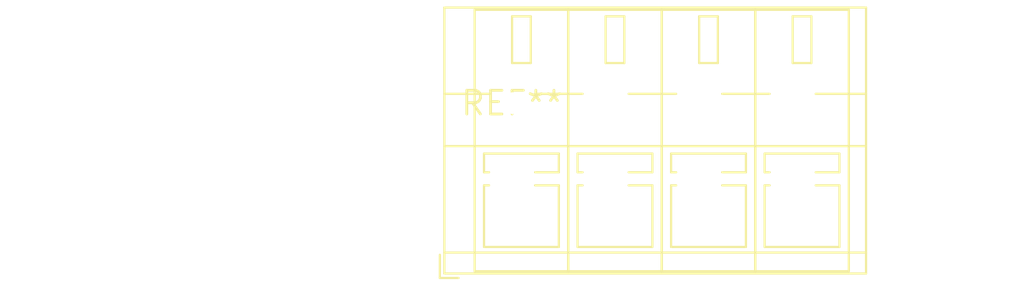
<source format=kicad_pcb>
(kicad_pcb (version 20240108) (generator pcbnew)
  (layers (0 "F.Cu" signal) (31 "B.Cu" signal) (34 "B.Paste" user) (35 "F.Paste" user) (36 "B.SilkS" user "B.Silkscreen") (37 "F.SilkS" user "F.Silkscreen") (38 "B.Mask" user) (39 "F.Mask" user) (44 "Edge.Cuts" user))
  (net 0 "")
  (footprint "TerminalBlock_WAGO_236-404_1x04_P5.00mm_45Degree" (layer "F.Cu") (at 0 0)
    (property "Reference" "REF**")
    (property "Value" "TerminalBlock_WAGO_236-404_1x04_P5.00mm_45Degree")
    (fp_line (start -3.86 8.12) (end -3.86 9.36) (layer "F.SilkS") (stroke (width 0.12)))
    (fp_line (start -3.86 9.36) (end -2.86 9.36) (layer "F.SilkS") (stroke (width 0.12)))
    (fp_line (start -3.62 -5.12) (end -3.62 9.12) (layer "F.SilkS") (stroke (width 0.12)))
    (fp_line (start -3.62 -5.12) (end 18.92 -5.12) (layer "F.SilkS") (stroke (width 0.12)))
    (fp_line (start -3.62 -0.5) (end -1.23 -0.5) (layer "F.SilkS") (stroke (width 0.12)))
    (fp_line (start -3.62 2.3) (end 18.92 2.3) (layer "F.SilkS") (stroke (width 0.12)))
    (fp_line (start -3.62 8) (end 18.92 8) (layer "F.SilkS") (stroke (width 0.12)))
    (fp_line (start -3.62 9.12) (end 18.92 9.12) (layer "F.SilkS") (stroke (width 0.12)))
    (fp_line (start -2 -5) (end -2 9) (layer "F.SilkS") (stroke (width 0.12)))
    (fp_line (start -2 -5) (end 3 -5) (layer "F.SilkS") (stroke (width 0.12)))
    (fp_line (start -2 9) (end 3 9) (layer "F.SilkS") (stroke (width 0.12)))
    (fp_line (start -1.5 2.7) (end -1.5 3.7) (layer "F.SilkS") (stroke (width 0.12)))
    (fp_line (start -1.5 2.7) (end 2.5 2.7) (layer "F.SilkS") (stroke (width 0.12)))
    (fp_line (start -1.5 3.7) (end -1.23 3.7) (layer "F.SilkS") (stroke (width 0.12)))
    (fp_line (start -1.5 4.4) (end -1.5 7.7) (layer "F.SilkS") (stroke (width 0.12)))
    (fp_line (start -1.5 4.4) (end -1.23 4.4) (layer "F.SilkS") (stroke (width 0.12)))
    (fp_line (start -1.5 7.7) (end 2.5 7.7) (layer "F.SilkS") (stroke (width 0.12)))
    (fp_line (start 0 -4.65) (end 0 -2.151) (layer "F.SilkS") (stroke (width 0.12)))
    (fp_line (start 0 -4.65) (end 1 -4.65) (layer "F.SilkS") (stroke (width 0.12)))
    (fp_line (start 0 -2.151) (end 1 -2.151) (layer "F.SilkS") (stroke (width 0.12)))
    (fp_line (start 1 -4.65) (end 1 -2.151) (layer "F.SilkS") (stroke (width 0.12)))
    (fp_line (start 1.23 -0.5) (end 3.77 -0.5) (layer "F.SilkS") (stroke (width 0.12)))
    (fp_line (start 1.23 3.7) (end 2.5 3.7) (layer "F.SilkS") (stroke (width 0.12)))
    (fp_line (start 1.23 4.4) (end 2.5 4.4) (layer "F.SilkS") (stroke (width 0.12)))
    (fp_line (start 2.5 2.7) (end 2.5 3.7) (layer "F.SilkS") (stroke (width 0.12)))
    (fp_line (start 2.5 4.4) (end 2.5 7.7) (layer "F.SilkS") (stroke (width 0.12)))
    (fp_line (start 3 -5) (end 3 9) (layer "F.SilkS") (stroke (width 0.12)))
    (fp_line (start 3 -5) (end 3 9) (layer "F.SilkS") (stroke (width 0.12)))
    (fp_line (start 3 -5) (end 8 -5) (layer "F.SilkS") (stroke (width 0.12)))
    (fp_line (start 3 9) (end 8 9) (layer "F.SilkS") (stroke (width 0.12)))
    (fp_line (start 3.5 2.7) (end 3.5 3.7) (layer "F.SilkS") (stroke (width 0.12)))
    (fp_line (start 3.5 2.7) (end 7.5 2.7) (layer "F.SilkS") (stroke (width 0.12)))
    (fp_line (start 3.5 3.7) (end 3.77 3.7) (layer "F.SilkS") (stroke (width 0.12)))
    (fp_line (start 3.5 4.4) (end 3.5 7.7) (layer "F.SilkS") (stroke (width 0.12)))
    (fp_line (start 3.5 4.4) (end 3.77 4.4) (layer "F.SilkS") (stroke (width 0.12)))
    (fp_line (start 3.5 7.7) (end 7.5 7.7) (layer "F.SilkS") (stroke (width 0.12)))
    (fp_line (start 5 -4.65) (end 5 -2.151) (layer "F.SilkS") (stroke (width 0.12)))
    (fp_line (start 5 -4.65) (end 6 -4.65) (layer "F.SilkS") (stroke (width 0.12)))
    (fp_line (start 5 -2.151) (end 6 -2.151) (layer "F.SilkS") (stroke (width 0.12)))
    (fp_line (start 6 -4.65) (end 6 -2.151) (layer "F.SilkS") (stroke (width 0.12)))
    (fp_line (start 6.23 -0.5) (end 8.77 -0.5) (layer "F.SilkS") (stroke (width 0.12)))
    (fp_line (start 6.23 3.7) (end 7.5 3.7) (layer "F.SilkS") (stroke (width 0.12)))
    (fp_line (start 6.23 4.4) (end 7.5 4.4) (layer "F.SilkS") (stroke (width 0.12)))
    (fp_line (start 7.5 2.7) (end 7.5 3.7) (layer "F.SilkS") (stroke (width 0.12)))
    (fp_line (start 7.5 4.4) (end 7.5 7.7) (layer "F.SilkS") (stroke (width 0.12)))
    (fp_line (start 8 -5) (end 8 9) (layer "F.SilkS") (stroke (width 0.12)))
    (fp_line (start 8 -5) (end 8 9) (layer "F.SilkS") (stroke (width 0.12)))
    (fp_line (start 8 -5) (end 13 -5) (layer "F.SilkS") (stroke (width 0.12)))
    (fp_line (start 8 9) (end 13 9) (layer "F.SilkS") (stroke (width 0.12)))
    (fp_line (start 8.5 2.7) (end 8.5 3.7) (layer "F.SilkS") (stroke (width 0.12)))
    (fp_line (start 8.5 2.7) (end 12.5 2.7) (layer "F.SilkS") (stroke (width 0.12)))
    (fp_line (start 8.5 3.7) (end 8.77 3.7) (layer "F.SilkS") (stroke (width 0.12)))
    (fp_line (start 8.5 4.4) (end 8.5 7.7) (layer "F.SilkS") (stroke (width 0.12)))
    (fp_line (start 8.5 4.4) (end 8.77 4.4) (layer "F.SilkS") (stroke (width 0.12)))
    (fp_line (start 8.5 7.7) (end 12.5 7.7) (layer "F.SilkS") (stroke (width 0.12)))
    (fp_line (start 10 -4.65) (end 10 -2.151) (layer "F.SilkS") (stroke (width 0.12)))
    (fp_line (start 10 -4.65) (end 11 -4.65) (layer "F.SilkS") (stroke (width 0.12)))
    (fp_line (start 10 -2.151) (end 11 -2.151) (layer "F.SilkS") (stroke (width 0.12)))
    (fp_line (start 11 -4.65) (end 11 -2.151) (layer "F.SilkS") (stroke (width 0.12)))
    (fp_line (start 11.23 -0.5) (end 13.77 -0.5) (layer "F.SilkS") (stroke (width 0.12)))
    (fp_line (start 11.23 3.7) (end 12.5 3.7) (layer "F.SilkS") (stroke (width 0.12)))
    (fp_line (start 11.23 4.4) (end 12.5 4.4) (layer "F.SilkS") (stroke (width 0.12)))
    (fp_line (start 12.5 2.7) (end 12.5 3.7) (layer "F.SilkS") (stroke (width 0.12)))
    (fp_line (start 12.5 4.4) (end 12.5 7.7) (layer "F.SilkS") (stroke (width 0.12)))
    (fp_line (start 13 -5) (end 13 9) (layer "F.SilkS") (stroke (width 0.12)))
    (fp_line (start 13 -5) (end 13 9) (layer "F.SilkS") (stroke (width 0.12)))
    (fp_line (start 13 -5) (end 18 -5) (layer "F.SilkS") (stroke (width 0.12)))
    (fp_line (start 13 9) (end 18 9) (layer "F.SilkS") (stroke (width 0.12)))
    (fp_line (start 13.5 2.7) (end 13.5 3.7) (layer "F.SilkS") (stroke (width 0.12)))
    (fp_line (start 13.5 2.7) (end 17.5 2.7) (layer "F.SilkS") (stroke (width 0.12)))
    (fp_line (start 13.5 3.7) (end 13.77 3.7) (layer "F.SilkS") (stroke (width 0.12)))
    (fp_line (start 13.5 4.4) (end 13.5 7.7) (layer "F.SilkS") (stroke (width 0.12)))
    (fp_line (start 13.5 4.4) (end 13.77 4.4) (layer "F.SilkS") (stroke (width 0.12)))
    (fp_line (start 13.5 7.7) (end 17.5 7.7) (layer "F.SilkS") (stroke (width 0.12)))
    (fp_line (start 15 -4.65) (end 15 -2.151) (layer "F.SilkS") (stroke (width 0.12)))
    (fp_line (start 15 -4.65) (end 16 -4.65) (layer "F.SilkS") (stroke (width 0.12)))
    (fp_line (start 15 -2.151) (end 16 -2.151) (layer "F.SilkS") (stroke (width 0.12)))
    (fp_line (start 16 -4.65) (end 16 -2.151) (layer "F.SilkS") (stroke (width 0.12)))
    (fp_line (start 16.23 -0.5) (end 18.92 -0.5) (layer "F.SilkS") (stroke (width 0.12)))
    (fp_line (start 16.23 3.7) (end 17.5 3.7) (layer "F.SilkS") (stroke (width 0.12)))
    (fp_line (start 16.23 4.4) (end 17.5 4.4) (layer "F.SilkS") (stroke (width 0.12)))
    (fp_line (start 17.5 2.7) (end 17.5 3.7) (layer "F.SilkS") (stroke (width 0.12)))
    (fp_line (start 17.5 4.4) (end 17.5 7.7) (layer "F.SilkS") (stroke (width 0.12)))
    (fp_line (start 18 -5) (end 18 9) (layer "F.SilkS") (stroke (width 0.12)))
    (fp_line (start 18.92 -5.12) (end 18.92 9.12) (layer "F.SilkS") (stroke (width 0.12)))
    (pad "1" thru_hole rect (at 0 0) (size 1.5 3) (drill 1.15) (layers *.Cu *.Mask) (remove_unused_layers))
    (pad "1" thru_hole rect (at 0 5) (size 1.5 3) (drill 1.15) (layers *.Cu *.Mask) (remove_unused_layers))
    (pad "2" thru_hole oval (at 5 0) (size 1.5 3) (drill 1.15) (layers *.Cu *.Mask) (remove_unused_layers))
    (pad "2" thru_hole oval (at 5 5) (size 1.5 3) (drill 1.15) (layers *.Cu *.Mask) (remove_unused_layers))
    (pad "3" thru_hole oval (at 10 0) (size 1.5 3) (drill 1.15) (layers *.Cu *.Mask) (remove_unused_layers))
    (pad "3" thru_hole oval (at 10 5) (size 1.5 3) (drill 1.15) (layers *.Cu *.Mask) (remove_unused_layers))
    (pad "4" thru_hole oval (at 15 0) (size 1.5 3) (drill 1.15) (layers *.Cu *.Mask) (remove_unused_layers))
    (pad "4" thru_hole oval (at 15 5) (size 1.5 3) (drill 1.15) (layers *.Cu *.Mask) (remove_unused_layers))
  )
)
</source>
